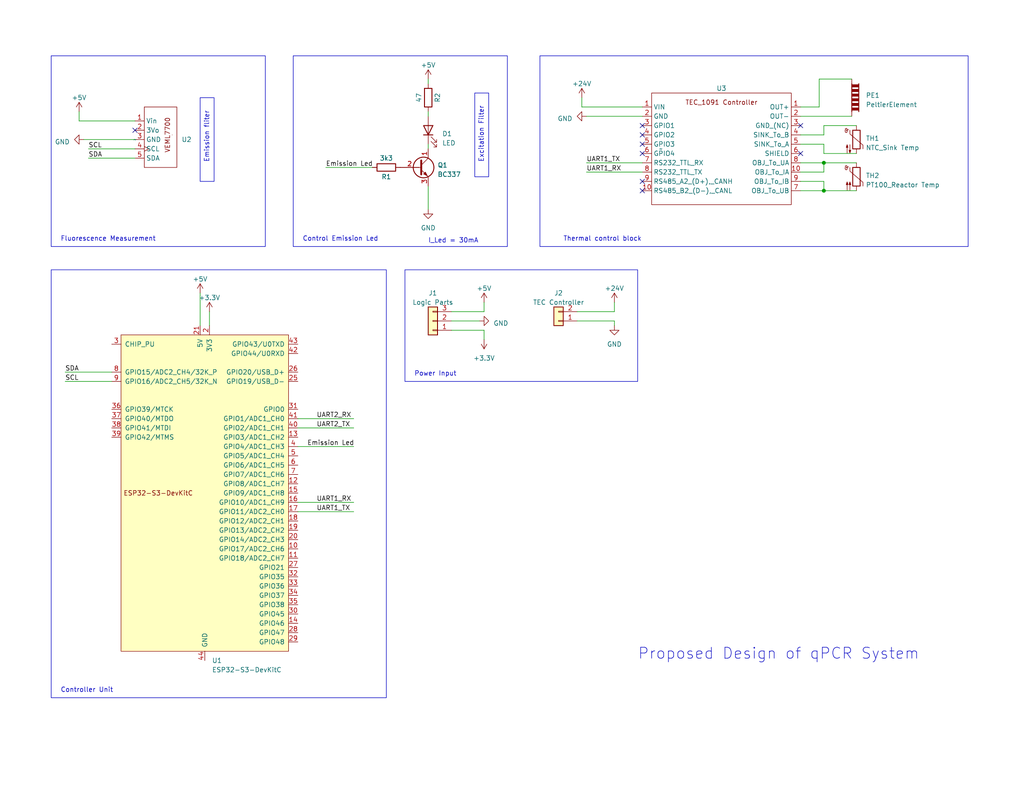
<source format=kicad_sch>
(kicad_sch (version 20231120) (generator "eeschema") (generator_version "8.0")
  (paper "USLetter")
  (title_block (title "qPCR System") (date "2024-06-20"))
  (lib_symbols
    (symbol "Connector_Generic:Conn_01x02" (pin_names (offset 1.016) hide)
      (property "Reference" "J" (at 0 2.54 0))
      (property "Value" "Conn_01x02" (at 0 -5.08 0))
      (symbol "Conn_01x02_1_1"
        (rectangle (start -1.27 -2.413) (end 0 -2.667) (stroke (width 0.1524)))
        (rectangle (start -1.27 0.127) (end 0 -0.127) (stroke (width 0.1524)))
        (rectangle (start -1.27 1.27) (end 1.27 -3.81) (stroke (width 0.254)) (fill (type background)))
        (pin passive line (at -5.08 0 0) (length 3.81) (name "Pin_1") (number "1"))
        (pin passive line (at -5.08 -2.54 0) (length 3.81) (name "Pin_2") (number "2"))
      )
    )
    (symbol "Connector_Generic:Conn_01x03" (pin_names (offset 1.016) hide)
      (property "Reference" "J" (at 0 5.08 0))
      (property "Value" "Conn_01x03" (at 0 -5.08 0))
      (symbol "Conn_01x03_1_1"
        (rectangle (start -1.27 -2.413) (end 0 -2.667) (stroke (width 0.1524)))
        (rectangle (start -1.27 0.127) (end 0 -0.127) (stroke (width 0.1524)))
        (rectangle (start -1.27 2.667) (end 0 2.413) (stroke (width 0.1524)))
        (rectangle (start -1.27 3.81) (end 1.27 -3.81) (stroke (width 0.254)) (fill (type background)))
        (pin passive line (at -5.08 2.54 0) (length 3.81) (name "Pin_1") (number "1"))
        (pin passive line (at -5.08 0 0) (length 3.81) (name "Pin_2") (number "2"))
        (pin passive line (at -5.08 -2.54 0) (length 3.81) (name "Pin_3") (number "3"))
      )
    )
    (symbol "Device:LED" (pin_numbers hide) (pin_names (offset 1.016) hide)
      (property "Reference" "D" (at 0 2.54 0))
      (property "Value" "LED" (at 0 -2.54 0))
      (symbol "LED_0_1"
        (polyline (pts (xy -1.27 -1.27) (xy -1.27 1.27)) (stroke (width 0.254)))
        (polyline (pts (xy -1.27 0) (xy 1.27 0)))
        (polyline (pts (xy 1.27 -1.27) (xy 1.27 1.27) (xy -1.27 0) (xy 1.27 -1.27)) (stroke (width 0.254)))
        (polyline (pts (xy -3.048 -0.762) (xy -4.572 -2.286) (xy -3.81 -2.286) (xy -4.572 -2.286) (xy -4.572 -1.524)))
        (polyline (pts (xy -1.778 -0.762) (xy -3.302 -2.286) (xy -2.54 -2.286) (xy -3.302 -2.286) (xy -3.302 -1.524)))
      )
      (symbol "LED_1_1"
        (pin passive line (at -3.81 0 0) (length 2.54) (name "K") (number "1"))
        (pin passive line (at 3.81 0 180) (length 2.54) (name "A") (number "2"))
      )
    )
    (symbol "Device:PeltierElement" (pin_numbers hide) (pin_names (offset 0))
      (property "Reference" "PE" (at 0 3.175 0))
      (property "Value" "PeltierElement" (at 0 -1.27 0))
      (symbol "PeltierElement_0_1"
        (rectangle (start -3.556 1.905) (end -2.921 0) (fill (type outline)))
        (rectangle (start -2.286 1.905) (end -1.651 0) (fill (type outline)))
        (rectangle (start -0.381 1.905) (end -1.016 0) (fill (type outline)))
        (polyline (pts (xy -3.81 0) (xy 3.81 0)) (stroke (width 0.254)) (fill (type outline)))
        (polyline (pts (xy -3.81 1.905) (xy 3.81 1.905)) (stroke (width 0.254)))
        (rectangle (start 0.889 1.905) (end 0.254 0) (fill (type outline)))
        (rectangle (start 1.524 0) (end 2.159 1.905) (fill (type outline)))
        (rectangle (start 2.794 0) (end 3.429 1.905) (fill (type outline)))
      )
      (symbol "PeltierElement_1_1"
        (pin passive line (at -5.08 0 0) (length 1.27) (name "~") (number "1"))
        (pin passive line (at 5.08 0 180) (length 1.27) (name "~") (number "2"))
      )
    )
    (symbol "Device:R" (pin_numbers hide) (pin_names (offset 0))
      (property "Reference" "R" (at 2.032 0 90))
      (property "Value" "R" (at 0 0 90))
      (symbol "R_0_1"
        (rectangle (start -1.016 -2.54) (end 1.016 2.54) (stroke (width 0.254)))
      )
      (symbol "R_1_1"
        (pin passive line (at 0 3.81 270) (length 1.27) (name "~") (number "1"))
        (pin passive line (at 0 -3.81 90) (length 1.27) (name "~") (number "2"))
      )
    )
    (symbol "Device:Thermistor_NTC" (pin_numbers hide) (pin_names (offset 0))
      (property "Reference" "TH" (at -4.445 0 90))
      (property "Value" "Thermistor_NTC" (at 3.175 0 90))
      (symbol "Thermistor_NTC_0_1"
        (arc (start -3.048 2.159) (mid -3.0495 2.3143) (end -3.175 2.413))
        (arc (start -3.048 2.159) (mid -2.9736 1.9794) (end -2.794 1.905))
        (arc (start -3.048 2.794) (mid -2.9736 2.6144) (end -2.794 2.54))
        (arc (start -2.794 1.905) (mid -2.6144 1.9794) (end -2.54 2.159))
        (arc (start -2.794 2.54) (mid -2.4393 2.5587) (end -2.159 2.794))
        (arc (start -2.794 3.048) (mid -2.9736 2.9736) (end -3.048 2.794))
        (arc (start -2.54 2.794) (mid -2.6144 2.9736) (end -2.794 3.048))
        (rectangle (start -1.016 2.54) (end 1.016 -2.54) (stroke (width 0.254)))
        (polyline (pts (xy -2.54 2.159) (xy -2.54 2.794)))
        (polyline (pts (xy -1.778 2.54) (xy -1.778 1.524) (xy 1.778 -1.524) (xy 1.778 -2.54)))
        (polyline (pts (xy -2.54 -3.683) (xy -2.54 -1.397) (xy -2.794 -2.159) (xy -2.286 -2.159) (xy -2.54 -1.397) (xy -2.54 -1.651)) (fill (type outline)))
        (polyline (pts (xy -1.778 -1.397) (xy -1.778 -3.683) (xy -2.032 -2.921) (xy -1.524 -2.921) (xy -1.778 -3.683) (xy -1.778 -3.429)) (fill (type outline)))
      )
      (symbol "Thermistor_NTC_1_1"
        (pin passive line (at 0 3.81 270) (length 1.27) (name "~") (number "1"))
        (pin passive line (at 0 -3.81 90) (length 1.27) (name "~") (number "2"))
      )
    )
    (symbol "Hai_Library:TEC_1091"
      (property "Reference" "U3" (at 0 16.51 0))
      (property "Value" "~" (at -16.51 0 0))
      (symbol "TEC_1091_0_1"
        (rectangle (start -19.05 15.24) (end 19.05 -15.24))
        (text "TEC_1091 Controller" (at 0 12.7 0) (effects (font (size 1.27 1.27))))
      )
      (symbol "TEC_1091_1_1"
        (pin power_out line (at 21.59 11.43 180) (length 2.54) (name "OUT+") (number "1"))
        (pin power_in line (at -21.59 11.43 0) (length 2.54) (name "VIN") (number "1"))
        (pin input line (at 21.59 -6.35 180) (length 2.54) (name "OBJ_To_IA") (number "10"))
        (pin bidirectional line (at -21.59 -11.43 0) (length 2.54) (name "RS485_B2_(D-),_CANL") (number "10"))
        (pin power_in line (at -21.59 8.89 0) (length 2.54) (name "GND") (number "2"))
        (pin output line (at 21.59 8.89 180) (length 2.54) (name "OUT-") (number "2"))
        (pin power_out line (at 21.59 6.35 180) (length 2.54) (name "GND_(NC)") (number "3"))
        (pin bidirectional line (at -21.59 6.35 0) (length 2.54) (name "GPIO1") (number "3"))
        (pin bidirectional line (at -21.59 3.81 0) (length 2.54) (name "GPIO2") (number "4"))
        (pin input line (at 21.59 3.81 180) (length 2.54) (name "SINK_To_B") (number "4"))
        (pin bidirectional line (at -21.59 1.27 0) (length 2.54) (name "GPIO3") (number "5"))
        (pin input line (at 21.59 1.27 180) (length 2.54) (name "SINK_To_A") (number "5"))
        (pin bidirectional line (at -21.59 -1.27 0) (length 2.54) (name "GPIO4") (number "6"))
        (pin bidirectional line (at 21.59 -1.27 180) (length 2.54) (name "SHIELD") (number "6"))
        (pin input line (at 21.59 -11.43 180) (length 2.54) (name "OBJ_To_UB") (number "7"))
        (pin input line (at -21.59 -3.81 0) (length 2.54) (name "RS232_TTL_RX") (number "7"))
        (pin input line (at 21.59 -3.81 180) (length 2.54) (name "OBJ_To_UA") (number "8"))
        (pin output line (at -21.59 -6.35 0) (length 2.54) (name "RS232_TTL_TX") (number "8"))
        (pin input line (at 21.59 -8.89 180) (length 2.54) (name "OBJ_To_IB") (number "9"))
        (pin bidirectional line (at -21.59 -8.89 0) (length 2.54) (name "RS485_A2_(D+),_CANH") (number "9"))
      )
    )
    (symbol "Hai_Library:VEML7700"
      (property "Reference" "U" (at 0 0 0))
      (symbol "VEML7700_0_1"
        (rectangle (start 2.54 7.62) (end 2.54 7.62))
        (rectangle (start 2.54 8.89) (end 11.43 -7.62))
        (rectangle (start 10.16 1.27) (end 10.16 1.27))
        (text "VEML7700" (at 8.89 1.27 900) (effects (font (size 1.27 1.27))))
      )
      (symbol "VEML7700_1_1"
        (pin power_in line (at 0 5.08 0) (length 2.54) (name "Vin") (number "1"))
        (pin power_out line (at 0 2.54 0) (length 2.54) (name "3Vo") (number "2"))
        (pin power_in line (at 0 0 0) (length 2.54) (name "GND") (number "3"))
        (pin input clock (at 0 -2.54 0) (length 2.54) (name "SCL") (number "4"))
        (pin bidirectional line (at 0 -5.08 0) (length 2.54) (name "SDA") (number "5"))
      )
    )
    (symbol "PCM_Espressif:ESP32-S3-DevKitC" (pin_names (offset 1.016))
      (property "Reference" "U" (at -22.86 48.26 0))
      (property "Value" "ESP32-S3-DevKitC" (at -22.86 45.72 0))
      (symbol "ESP32-S3-DevKitC_0_0"
        (text "ESP32-S3-DevKitC" (at -12.7 0 0) (effects (font (size 1.27 1.27))))
        (pin bidirectional line (at 25.4 -35.56 180) (length 2.54) (name "GPIO46") (number "14"))
        (pin bidirectional line (at 25.4 -10.16 180) (length 2.54) (name "GPIO13/ADC2_CH2") (number "19"))
        (pin bidirectional line (at -25.4 15.24 0) (length 2.54) (name "GPIO42/MTMS") (number "39"))
        (pin bidirectional line (at 25.4 17.78 180) (length 2.54) (name "GPIO2/ADC1_CH1") (number "40"))
        (pin bidirectional line (at 25.4 20.32 180) (length 2.54) (name "GPIO1/ADC1_CH0") (number "41"))
        (pin bidirectional line (at 25.4 38.1 180) (length 2.54) (name "GPIO44/U0RXD") (number "42"))
        (pin bidirectional line (at 25.4 40.64 180) (length 2.54) (name "GPIO43/U0TXD") (number "43"))
        (pin power_in line (at 0 -45.72 90) (length 2.54) (name "GND") (number "44"))
      )
      (symbol "ESP32-S3-DevKitC_0_1"
        (rectangle (start -22.86 43.18) (end 22.86 -43.18) (fill (type background)))
        (pin power_in line (at 1.27 45.72 270) (length 2.54) (name "3V3") (number "2"))
      )
      (symbol "ESP32-S3-DevKitC_1_1"
        (pin passive line (at 1.27 45.72 270) (length 2.54) hide (name "3V3") (number "1"))
        (pin bidirectional line (at 25.4 -15.24 180) (length 2.54) (name "GPIO17/ADC2_CH6") (number "10"))
        (pin bidirectional line (at 25.4 -17.78 180) (length 2.54) (name "GPIO18/ADC2_CH7") (number "11"))
        (pin bidirectional line (at 25.4 2.54 180) (length 2.54) (name "GPIO8/ADC1_CH7") (number "12"))
        (pin bidirectional line (at 25.4 15.24 180) (length 2.54) (name "GPIO3/ADC1_CH2") (number "13"))
        (pin bidirectional line (at 25.4 0 180) (length 2.54) (name "GPIO9/ADC1_CH8") (number "15"))
        (pin bidirectional line (at 25.4 -2.54 180) (length 2.54) (name "GPIO10/ADC1_CH9") (number "16"))
        (pin bidirectional line (at 25.4 -5.08 180) (length 2.54) (name "GPIO11/ADC2_CH0") (number "17"))
        (pin bidirectional line (at 25.4 -7.62 180) (length 2.54) (name "GPIO12/ADC2_CH1") (number "18"))
        (pin bidirectional line (at 25.4 -12.7 180) (length 2.54) (name "GPIO14/ADC2_CH3") (number "20"))
        (pin power_in line (at -1.27 45.72 270) (length 2.54) (name "5V") (number "21"))
        (pin passive line (at 0 -45.72 90) (length 2.54) hide (name "GND") (number "22"))
        (pin passive line (at 0 -45.72 90) (length 2.54) hide (name "GND") (number "23"))
        (pin passive line (at 0 -45.72 90) (length 2.54) hide (name "GND") (number "24"))
        (pin bidirectional line (at 25.4 30.48 180) (length 2.54) (name "GPIO19/USB_D-") (number "25"))
        (pin bidirectional line (at 25.4 33.02 180) (length 2.54) (name "GPIO20/USB_D+") (number "26"))
        (pin bidirectional line (at 25.4 -20.32 180) (length 2.54) (name "GPIO21") (number "27"))
        (pin bidirectional line (at 25.4 -38.1 180) (length 2.54) (name "GPIO47") (number "28"))
        (pin bidirectional line (at 25.4 -40.64 180) (length 2.54) (name "GPIO48") (number "29"))
        (pin input line (at -25.4 40.64 0) (length 2.54) (name "CHIP_PU") (number "3"))
        (pin bidirectional line (at 25.4 -33.02 180) (length 2.54) (name "GPIO45") (number "30"))
        (pin bidirectional line (at 25.4 22.86 180) (length 2.54) (name "GPIO0") (number "31"))
        (pin bidirectional line (at 25.4 -22.86 180) (length 2.54) (name "GPIO35") (number "32"))
        (pin bidirectional line (at 25.4 -25.4 180) (length 2.54) (name "GPIO36") (number "33"))
        (pin bidirectional line (at 25.4 -27.94 180) (length 2.54) (name "GPIO37") (number "34"))
        (pin bidirectional line (at 25.4 -30.48 180) (length 2.54) (name "GPIO38") (number "35"))
        (pin bidirectional line (at -25.4 22.86 0) (length 2.54) (name "GPIO39/MTCK") (number "36"))
        (pin bidirectional line (at -25.4 20.32 0) (length 2.54) (name "GPIO40/MTDO") (number "37"))
        (pin bidirectional line (at -25.4 17.78 0) (length 2.54) (name "GPIO41/MTDI") (number "38"))
        (pin bidirectional line (at 25.4 12.7 180) (length 2.54) (name "GPIO4/ADC1_CH3") (number "4"))
        (pin bidirectional line (at 25.4 10.16 180) (length 2.54) (name "GPIO5/ADC1_CH4") (number "5"))
        (pin bidirectional line (at 25.4 7.62 180) (length 2.54) (name "GPIO6/ADC1_CH5") (number "6"))
        (pin bidirectional line (at 25.4 5.08 180) (length 2.54) (name "GPIO7/ADC1_CH6") (number "7"))
        (pin bidirectional line (at -25.4 33.02 0) (length 2.54) (name "GPIO15/ADC2_CH4/32K_P") (number "8"))
        (pin bidirectional line (at -25.4 30.48 0) (length 2.54) (name "GPIO16/ADC2_CH5/32K_N") (number "9"))
      )
    )
    (symbol "Sensor_Temperature:PT100" (pin_numbers hide) (pin_names (offset 0))
      (property "Reference" "TH" (at -4.445 0 90))
      (property "Value" "PT100" (at 3.175 0 90))
      (symbol "PT100_0_1"
        (arc (start -3.048 2.159) (mid -3.0495 2.3143) (end -3.175 2.413))
        (arc (start -3.048 2.159) (mid -2.9736 1.9794) (end -2.794 1.905))
        (arc (start -3.048 2.794) (mid -2.9736 2.6144) (end -2.794 2.54))
        (arc (start -2.794 1.905) (mid -2.6144 1.9794) (end -2.54 2.159))
        (arc (start -2.794 2.54) (mid -2.4393 2.5587) (end -2.159 2.794))
        (arc (start -2.794 3.048) (mid -2.9736 2.9736) (end -3.048 2.794))
        (arc (start -2.54 2.794) (mid -2.6144 2.9736) (end -2.794 3.048))
        (rectangle (start -1.016 2.54) (end 1.016 -2.54) (stroke (width 0.254)))
        (polyline (pts (xy -2.54 2.159) (xy -2.54 2.794)))
        (polyline (pts (xy -1.778 2.54) (xy -1.778 1.524) (xy 1.778 -1.524) (xy 1.778 -2.54)))
        (polyline (pts (xy -2.54 -3.683) (xy -2.54 -1.397) (xy -2.794 -2.159) (xy -2.286 -2.159) (xy -2.54 -1.397) (xy -2.54 -1.651)) (fill (type outline)))
        (polyline (pts (xy -1.778 -3.683) (xy -1.778 -1.397) (xy -2.032 -2.159) (xy -1.524 -2.159) (xy -1.778 -1.397) (xy -1.778 -1.651)) (fill (type outline)))
      )
      (symbol "PT100_1_1"
        (pin passive line (at 0 3.81 270) (length 1.27) (name "~") (number "1"))
        (pin passive line (at 0 -3.81 90) (length 1.27) (name "~") (number "2"))
      )
    )
    (symbol "Transistor_BJT:BC337" (pin_names (offset 0) hide)
      (property "Reference" "Q" (at 5.08 1.905 0))
      (property "Value" "BC337" (at 5.08 0 0))
      (symbol "BC337_0_1"
        (polyline (pts (xy 0 0) (xy 0.635 0)))
        (polyline (pts (xy 0.635 0.635) (xy 2.54 2.54)))
        (polyline (pts (xy 0.635 -0.635) (xy 2.54 -2.54) (xy 2.54 -2.54)))
        (polyline (pts (xy 0.635 1.905) (xy 0.635 -1.905) (xy 0.635 -1.905)) (stroke (width 0.508)))
        (polyline (pts (xy 1.27 -1.778) (xy 1.778 -1.27) (xy 2.286 -2.286) (xy 1.27 -1.778) (xy 1.27 -1.778)) (fill (type outline)))
        (circle (center 1.27 0) (radius 2.8194) (stroke (width 0.254)))
      )
      (symbol "BC337_1_1"
        (pin passive line (at 2.54 5.08 270) (length 2.54) (name "C") (number "1"))
        (pin input line (at -5.08 0 0) (length 5.08) (name "B") (number "2"))
        (pin passive line (at 2.54 -5.08 90) (length 2.54) (name "E") (number "3"))
      )
    )
    (symbol "power:+24V" (power) (pin_numbers hide) (pin_names (offset 0) hide)
      (property "Value" "+24V" (at 0 3.556 0))
      (symbol "+24V_0_1"
        (polyline (pts (xy -0.762 1.27) (xy 0 2.54)))
        (polyline (pts (xy 0 0) (xy 0 2.54)))
        (polyline (pts (xy 0 2.54) (xy 0.762 1.27)))
      )
      (symbol "+24V_1_1"
        (pin power_in line (at 0 0 90) (length 0) hide (name "+24V") (number "1"))
      )
    )
    (symbol "power:+3.3V" (power) (pin_numbers hide) (pin_names (offset 0) hide)
      (property "Value" "+3.3V" (at 0 3.556 0))
      (symbol "+3.3V_0_1"
        (polyline (pts (xy -0.762 1.27) (xy 0 2.54)))
        (polyline (pts (xy 0 0) (xy 0 2.54)))
        (polyline (pts (xy 0 2.54) (xy 0.762 1.27)))
      )
      (symbol "+3.3V_1_1"
        (pin power_in line (at 0 0 90) (length 0) hide (name "+3.3V") (number "1"))
      )
    )
    (symbol "power:+5V" (power) (pin_numbers hide) (pin_names (offset 0) hide)
      (property "Value" "+5V" (at 0 3.556 0))
      (symbol "+5V_0_1"
        (polyline (pts (xy -0.762 1.27) (xy 0 2.54)))
        (polyline (pts (xy 0 0) (xy 0 2.54)))
        (polyline (pts (xy 0 2.54) (xy 0.762 1.27)))
      )
      (symbol "+5V_1_1"
        (pin power_in line (at 0 0 90) (length 0) hide (name "+5V") (number "1"))
      )
    )
    (symbol "power:GND" (power) (pin_numbers hide) (pin_names (offset 0) hide)
      (property "Value" "GND" (at 0 -3.81 0))
      (symbol "GND_0_1"
        (polyline (pts (xy 0 0) (xy 0 -1.27) (xy 1.27 -1.27) (xy 0 -2.54) (xy -1.27 -1.27) (xy 0 -1.27)))
      )
      (symbol "GND_1_1"
        (pin power_in line (at 0 0 270) (length 0) hide (name "GND") (number "1"))
      )
    )
  )
  (junction (at 224.79 52.07))
  (junction (at 224.79 44.45))
  (no_connect (at 218.44 41.91))
  (no_connect (at 218.44 34.29))
  (no_connect (at 175.26 49.53))
  (no_connect (at 175.26 41.91))
  (no_connect (at 175.26 34.29))
  (no_connect (at 36.83 35.56))
  (no_connect (at 175.26 52.07))
  (no_connect (at 175.26 36.83))
  (no_connect (at 175.26 39.37))
  (wire (pts (xy 218.44 36.83) (xy 224.79 36.83)))
  (wire (pts (xy 116.84 30.48) (xy 116.84 31.75)))
  (wire (pts (xy 223.52 29.21) (xy 223.52 21.59)))
  (wire (pts (xy 160.02 44.45) (xy 175.26 44.45)))
  (wire (pts (xy 132.08 90.17) (xy 132.08 92.71)))
  (wire (pts (xy 167.64 88.9) (xy 167.64 87.63)))
  (wire (pts (xy 218.44 31.75) (xy 232.41 31.75)))
  (wire (pts (xy 167.64 82.55) (xy 167.64 85.09)))
  (wire (pts (xy 224.79 52.07) (xy 233.68 52.07)))
  (wire (pts (xy 130.81 87.63) (xy 123.19 87.63)))
  (wire (pts (xy 160.02 31.75) (xy 175.26 31.75)))
  (wire (pts (xy 132.08 85.09) (xy 123.19 85.09)))
  (wire (pts (xy 223.52 21.59) (xy 232.41 21.59)))
  (wire (pts (xy 224.79 46.99) (xy 224.79 44.45)))
  (wire (pts (xy 17.78 104.14) (xy 30.48 104.14)))
  (wire (pts (xy 132.08 90.17) (xy 123.19 90.17)))
  (wire (pts (xy 224.79 44.45) (xy 233.68 44.45)))
  (wire (pts (xy 132.08 85.09) (xy 132.08 82.55)))
  (wire (pts (xy 54.61 80.01) (xy 54.61 88.9)))
  (wire (pts (xy 167.64 85.09) (xy 157.48 85.09)))
  (wire (pts (xy 160.02 46.99) (xy 175.26 46.99)))
  (wire (pts (xy 224.79 41.91) (xy 224.79 39.37)))
  (wire (pts (xy 167.64 87.63) (xy 157.48 87.63)))
  (wire (pts (xy 81.28 139.7) (xy 96.52 139.7)))
  (wire (pts (xy 116.84 50.8) (xy 116.84 57.15)))
  (wire (pts (xy 116.84 21.59) (xy 116.84 22.86)))
  (wire (pts (xy 116.84 39.37) (xy 116.84 40.64)))
  (wire (pts (xy 218.44 44.45) (xy 224.79 44.45)))
  (wire (pts (xy 224.79 34.29) (xy 233.68 34.29)))
  (wire (pts (xy 21.59 33.02) (xy 36.83 33.02)))
  (wire (pts (xy 17.78 101.6) (xy 30.48 101.6)))
  (wire (pts (xy 224.79 49.53) (xy 224.79 52.07)))
  (wire (pts (xy 218.44 46.99) (xy 224.79 46.99)))
  (wire (pts (xy 224.79 39.37) (xy 218.44 39.37)))
  (wire (pts (xy 81.28 121.92) (xy 96.52 121.92)))
  (wire (pts (xy 218.44 29.21) (xy 223.52 29.21)))
  (wire (pts (xy 233.68 41.91) (xy 224.79 41.91)))
  (wire (pts (xy 224.79 36.83) (xy 224.79 34.29)))
  (wire (pts (xy 158.75 26.67) (xy 158.75 29.21)))
  (wire (pts (xy 218.44 49.53) (xy 224.79 49.53)))
  (wire (pts (xy 22.86 38.1) (xy 36.83 38.1)))
  (wire (pts (xy 218.44 52.07) (xy 224.79 52.07)))
  (wire (pts (xy 81.28 114.3) (xy 96.52 114.3)))
  (wire (pts (xy 158.75 29.21) (xy 175.26 29.21)))
  (wire (pts (xy 81.28 137.16) (xy 96.52 137.16)))
  (wire (pts (xy 57.15 85.09) (xy 57.15 88.9)))
  (wire (pts (xy 21.59 30.48) (xy 21.59 33.02)))
  (wire (pts (xy 88.9 45.72) (xy 101.6 45.72)))
  (wire (pts (xy 81.28 116.84) (xy 96.52 116.84)))
  (wire (pts (xy 24.13 43.18) (xy 36.83 43.18)))
  (wire (pts (xy 24.13 40.64) (xy 36.83 40.64)))
  (rectangle (start 129.54 25.4) (end 133.35 48.26))
  (rectangle (start 80.01 15.24) (end 138.43 67.31))
  (rectangle (start 13.97 73.66) (end 105.41 190.5))
  (rectangle (start 13.97 15.24) (end 72.39 67.31))
  (rectangle (start 147.32 15.24) (end 264.16 67.31))
  (rectangle (start 110.49 73.66) (end 173.99 104.14))
  (rectangle (start 54.61 26.67) (end 58.42 49.53))
  (text "Proposed Design of qPCR System" (at 173.99 180.34 0) (effects (font (size 3 3)) (justify left bottom)))
  (text "Control Emission Led" (at 82.55 66.04 0) (effects (font (size 1.27 1.27)) (justify left bottom)))
  (text "Excitation Filter\n" (at 132.08 44.45 90) (effects (font (size 1.27 1.27)) (justify left bottom)))
  (text "Power Input" (at 113.03 102.87 0) (effects (font (size 1.27 1.27)) (justify left bottom)))
  (text "Emission fliter" (at 57.15 44.45 90) (effects (font (size 1.27 1.27)) (justify left bottom)))
  (text "Controller Unit\n" (at 16.51 189.23 0) (effects (font (size 1.27 1.27)) (justify left bottom)))
  (text "Fluorescence Measurement\n" (at 16.51 66.04 0) (effects (font (size 1.27 1.27)) (justify left bottom)))
  (text "I_Led = 30mA" (at 123.698 65.786 0) (effects (font (size 1.27 1.27))))
  (text "Thermal control block\n" (at 153.67 66.04 0) (effects (font (size 1.27 1.27)) (justify left bottom)))
  (label "UART2_TX" (at 86.36 116.84 0))
  (label "Emission Led" (at 83.82 121.92 0))
  (label "SDA" (at 24.13 43.18 0))
  (label "Emission Led" (at 88.9 45.72 0))
  (label "SCL" (at 17.78 104.14 0))
  (label "UART1_TX" (at 86.36 139.7 0))
  (label "UART1_RX" (at 160.02 46.99 0))
  (label "UART2_RX" (at 86.36 114.3 0))
  (label "SDA" (at 17.78 101.6 0))
  (label "UART1_TX" (at 160.02 44.45 0))
  (label "SCL" (at 24.13 40.64 0))
  (label "UART1_RX" (at 86.36 137.16 0))
  (symbol (lib_id "Hai_Library:VEML7700") (at 36.83 38.1 0) (unit 1)
    (property "Reference" "U2" (at 49.53 38.1 0) (effects (justify left)))
    (property "Value" "~" (at 36.83 38.1 0))
  )
  (symbol (lib_id "Device:LED") (at 116.84 35.56 90) (unit 1)
    (property "Reference" "D1" (at 120.65 36.5125 90) (effects (justify right)))
    (property "Value" "LED" (at 120.65 39.0525 90) (effects (justify right)))
  )
  (symbol (lib_id "PCM_Espressif:ESP32-S3-DevKitC") (at 55.88 134.62 0) (unit 1)
    (property "Reference" "U1" (at 57.8359 180.34 0) (effects (justify left)))
    (property "Value" "ESP32-S3-DevKitC" (at 57.8359 182.88 0) (effects (justify left)))
    (property "Footprint" "PCM_Espressif:ESP32-S3-DevKitC" (effects (hide yes)))
  )
  (symbol (lib_id "power:GND") (at 167.64 88.9 0) (unit 1)
    (property "Reference" "#PWR012" (effects (hide yes)))
    (property "Value" "GND" (at 167.64 93.98 0))
  )
  (symbol (lib_id "power:+5V") (at 116.84 21.59 0) (unit 1)
    (property "Reference" "#PWR01" (effects (hide yes)))
    (property "Value" "+5V" (at 116.84 17.78 0))
  )
  (symbol (lib_id "Hai_Library:TEC_1091") (at 196.85 40.64 0) (unit 1)
    (property "Reference" "U3" (at 196.85 24.13 0))
    (property "Value" "~" (at 180.34 40.64 0))
  )
  (symbol (lib_id "power:+3.3V") (at 57.15 85.09 0) (unit 1)
    (property "Reference" "#PWR07" (effects (hide yes)))
    (property "Value" "+3.3V" (at 57.15 81.28 0))
  )
  (symbol (lib_id "power:+24V") (at 158.75 26.67 0) (unit 1)
    (property "Reference" "#PWR011" (effects (hide yes)))
    (property "Value" "+24V" (at 158.75 22.86 0))
  )
  (symbol (lib_id "Transistor_BJT:BC337") (at 114.3 45.72 0) (unit 1)
    (property "Reference" "Q1" (at 119.38 45.085 0) (effects (justify left)))
    (property "Value" "BC337" (at 119.38 47.625 0) (effects (justify left)))
    (property "Footprint" "Package_TO_SOT_THT:TO-92_Inline" (effects (hide yes)))
    (property "Datasheet" "https://diotec.com/tl_files/diotec/files/pdf/datasheets/bc337.pdf" (effects (hide yes)))
  )
  (symbol (lib_id "power:+5V") (at 132.08 82.55 0) (unit 1)
    (property "Reference" "#PWR04" (effects (hide yes)))
    (property "Value" "+5V" (at 132.08 78.74 0))
  )
  (symbol (lib_id "power:GND") (at 130.81 87.63 90) (unit 1)
    (property "Reference" "#PWR03" (effects (hide yes)))
    (property "Value" "GND" (at 134.62 88.265 90) (effects (justify right)))
  )
  (symbol (lib_id "power:GND") (at 22.86 38.1 270) (unit 1)
    (property "Reference" "#PWR09" (effects (hide yes)))
    (property "Value" "GND" (at 19.05 38.735 90) (effects (justify right)))
  )
  (symbol (lib_id "Device:Thermistor_NTC") (at 233.68 38.1 0) (unit 1)
    (property "Reference" "TH1" (at 236.22 37.7825 0) (effects (justify left)))
    (property "Value" "NTC_Sink Temp" (at 236.22 40.3225 0) (effects (justify left)))
  )
  (symbol (lib_id "Device:R") (at 105.41 45.72 90) (unit 1)
    (property "Reference" "R1" (at 105.41 48.26 90))
    (property "Value" "3k3" (at 105.41 43.18 90))
  )
  (symbol (lib_id "power:+3.3V") (at 132.08 92.71 180) (unit 1)
    (property "Reference" "#PWR06" (effects (hide yes)))
    (property "Value" "+3.3V" (at 132.08 97.79 0))
  )
  (symbol (lib_id "power:GND") (at 160.02 31.75 270) (unit 1)
    (property "Reference" "#PWR010" (effects (hide yes)))
    (property "Value" "GND" (at 156.21 32.385 90) (effects (justify right)))
  )
  (symbol (lib_id "Device:PeltierElement") (at 232.41 26.67 270) (unit 1)
    (property "Reference" "PE1" (at 236.22 26.035 90) (effects (justify left)))
    (property "Value" "PeltierElement" (at 236.22 28.575 90) (effects (justify left)))
  )
  (symbol (lib_id "Sensor_Temperature:PT100") (at 233.68 48.26 0) (unit 1)
    (property "Reference" "TH2" (at 236.22 47.9425 0) (effects (justify left)))
    (property "Value" "PT100_Reactor Temp" (at 236.22 50.4825 0) (effects (justify left)))
    (property "Datasheet" "https://www.heraeus.com/media/media/group/doc_group/products_1/hst/sot_to/de_15/to_92_d.pdf" (effects (hide yes)))
  )
  (symbol (lib_id "Connector_Generic:Conn_01x02") (at 152.4 87.63 180) (unit 1)
    (property "Reference" "J2" (at 152.4 80.01 0))
    (property "Value" "TEC Controller" (at 152.4 82.55 0))
  )
  (symbol (lib_id "Device:R") (at 116.84 26.67 180) (unit 1)
    (property "Reference" "R2" (at 119.38 26.67 90))
    (property "Value" "47" (at 114.3 26.67 90))
  )
  (symbol (lib_id "power:GND") (at 116.84 57.15 0) (unit 1)
    (property "Reference" "#PWR02" (effects (hide yes)))
    (property "Value" "GND" (at 116.84 62.23 0))
  )
  (symbol (lib_id "Connector_Generic:Conn_01x03") (at 118.11 87.63 180) (unit 1)
    (property "Reference" "J1" (at 118.11 80.01 0))
    (property "Value" "Logic Parts" (at 118.11 82.55 0))
  )
  (symbol (lib_id "power:+5V") (at 54.61 80.01 0) (unit 1)
    (property "Reference" "#PWR05" (effects (hide yes)))
    (property "Value" "+5V" (at 54.61 76.2 0))
  )
  (symbol (lib_id "power:+5V") (at 21.59 30.48 0) (unit 1)
    (property "Reference" "#PWR08" (effects (hide yes)))
    (property "Value" "+5V" (at 21.59 26.67 0))
  )
  (symbol (lib_id "power:+24V") (at 167.64 82.55 0) (unit 1)
    (property "Reference" "#PWR013" (effects (hide yes)))
    (property "Value" "+24V" (at 167.64 78.74 0))
  )
)
</source>
